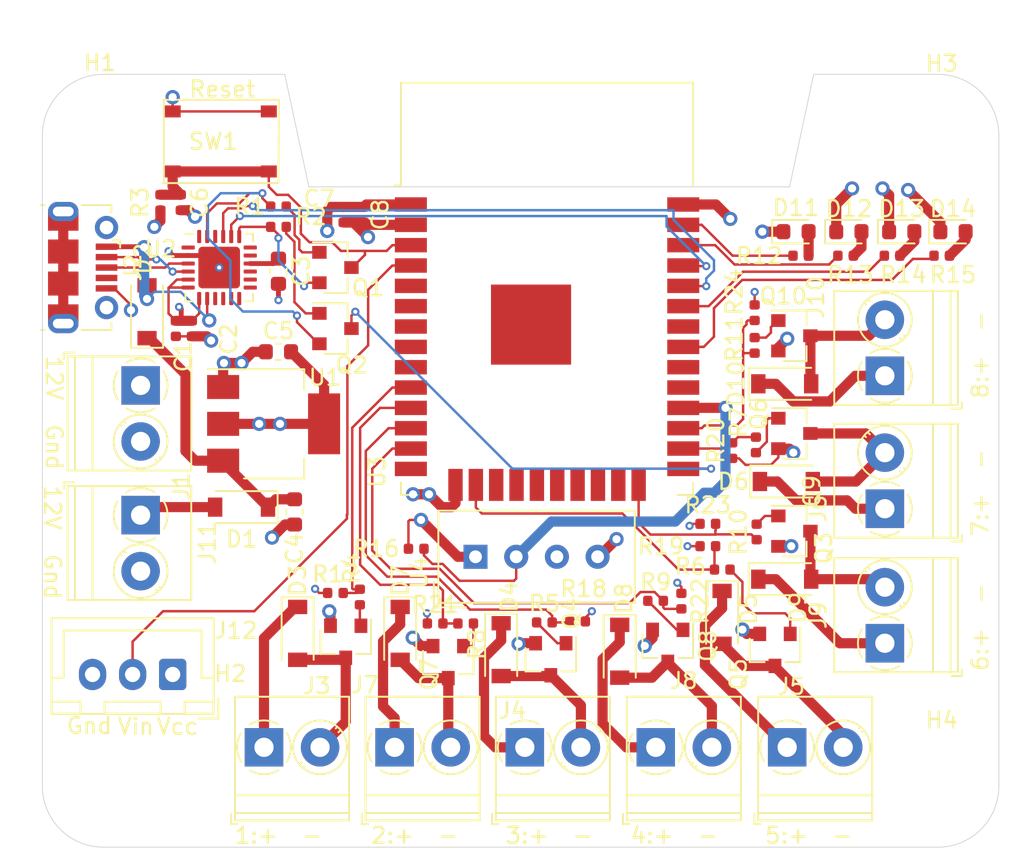
<source format=kicad_pcb>
(kicad_pcb (version 20211014) (generator pcbnew)
  (title_block (date "${date}") (rev "${gh}") (comment 4 "@Comment4@"))
  (layers (0 "F.Cu" signal) (1 "In1.Cu" power) (2 "In2.Cu" power) (31 "B.Cu" signal) (34 "B.Paste" user) (35 "F.Paste" user) (37 "F.SilkS" user "F.Silkscreen") (38 "B.Mask" user) (39 "F.Mask" user) (44 "Edge.Cuts" user))
  (net 0 "")
  (net 1 "GND")
  (net 2 "+3V3")
  (net 3 "Net-(C3-Pad1)")
  (net 4 "Net-(C4-Pad1)")
  (net 5 "/EN")
  (net 6 "VCC")
  (net 7 "VBUS")
  (net 8 "/USB_RTS")
  (net 9 "Net-(Q1-Pad1)")
  (net 10 "/IO0")
  (net 11 "/USB_DTR")
  (net 12 "Net-(Q2-Pad1)")
  (net 13 "/USB_TX")
  (net 14 "/USB_RX")
  (net 15 "/USB_DM")
  (net 16 "/USB_DP")
  (net 17 "Net-(D3-Pad2)")
  (net 18 "Net-(D4-Pad2)")
  (net 19 "Net-(D5-Pad2)")
  (net 20 "Net-(D6-Pad2)")
  (net 21 "Net-(D7-Pad2)")
  (net 22 "Net-(D8-Pad2)")
  (net 23 "Net-(D9-Pad2)")
  (net 24 "Net-(D10-Pad2)")
  (net 25 "Net-(Q3-Pad1)")
  (net 26 "Net-(Q4-Pad1)")
  (net 27 "Net-(Q5-Pad1)")
  (net 28 "Net-(Q6-Pad1)")
  (net 29 "Net-(Q7-Pad1)")
  (net 30 "Net-(Q8-Pad1)")
  (net 31 "Net-(Q9-Pad1)")
  (net 32 "Net-(Q10-Pad1)")
  (net 33 "/PIR_A")
  (net 34 "/CH_1")
  (net 35 "/CH_3")
  (net 36 "/CH_5")
  (net 37 "/CH_7")
  (net 38 "/CH_2")
  (net 39 "/CH_4")
  (net 40 "/CH_6")
  (net 41 "/CH_8")
  (net 42 "Net-(D11-Pad2)")
  (net 43 "Net-(D12-Pad2)")
  (net 44 "Net-(D13-Pad2)")
  (net 45 "Net-(D14-Pad2)")
  (net 46 "/LED1")
  (net 47 "/LED2")
  (net 48 "/LED3")
  (net 49 "/LED4")
  (net 50 "/DHT_IO")
  (footprint "Resistor_SMD:R_0402_1005Metric" (layer "F.Cu") (at 111.2 69.85 -90)
    (fp_text reference "C1")
    (fp_text value "1uF")
  )
  (footprint "Resistor_SMD:R_0402_1005Metric" (layer "F.Cu") (at 112.2 69.85 -90)
    (fp_text reference "C2")
    (fp_text value "0.1uF")
  )
  (footprint "Resistor_SMD:R_0603_1608Metric" (layer "F.Cu") (at 117.602 66.2685 -90)
    (fp_text reference "C3")
    (fp_text value "4.7uF")
  )
  (footprint "Resistor_SMD:R_0603_1608Metric" (layer "F.Cu") (at 118.6 81.3 -90)
    (fp_text reference "C4")
    (fp_text value "1uF")
  )
  (footprint "Resistor_SMD:R_0603_1608Metric" (layer "F.Cu") (at 117.6 71.3 180)
    (fp_text reference "C5")
    (fp_text value "22uF")
  )
  (footprint "Resistor_SMD:R_0402_1005Metric" (layer "F.Cu") (at 122.936 62.738 90)
    (fp_text reference "C8")
    (fp_text value "0.1uF")
  )
  (footprint "Diode_SMD:D_SOD-123" (layer "F.Cu") (at 115.3 81 180)
    (fp_text reference "D1")
    (fp_text value "D_Schottky")
  )
  (footprint "Diode_SMD:D_SOD-123" (layer "F.Cu") (at 109.4 68.8 90)
    (fp_text reference "D2")
    (fp_text value "D_Schottky")
  )
  (footprint "Package_TO_SOT_SMD:SOT-23" (layer "F.Cu") (at 121.158 69.85)
    (fp_text reference "Q2")
    (fp_text value "Q_NPN_BEC")
  )
  (footprint "Resistor_SMD:R_0402_1005Metric" (layer "F.Cu") (at 117.602 62.23 180)
    (fp_text reference "R1")
    (fp_text value "10kR")
  )
  (footprint "Resistor_SMD:R_0402_1005Metric" (layer "F.Cu") (at 117.602 63.5 180)
    (fp_text reference "R2")
    (fp_text value "10kR")
  )
  (footprint "Resistor_SMD:R_0402_1005Metric" (layer "F.Cu") (at 110.236 61.976 -90)
    (fp_text reference "R3")
    (fp_text value "10kR")
  )
  (footprint "footprints:TS-1187A" (layer "F.Cu") (at 114 58.166)
    (fp_text reference "SW1")
    (fp_text value "SW_Push")
  )
  (footprint "Package_TO_SOT_SMD:SOT-223-3_TabPin2" (layer "F.Cu") (at 117.3 75.8)
    (fp_text reference "U1")
    (fp_text value "AZ1117-3.3")
  )
  (footprint "Package_DFN_QFN:QFN-24-1EP_4x4mm_P0.5mm_EP2.6x2.6mm" (layer "F.Cu") (at 113.904 66.04)
    (fp_text reference "U2")
    (fp_text value "CP2104")
  )
  (footprint "RF_Module:ESP32-WROOM-32" (layer "F.Cu") (at 134.366 70.358)
    (fp_text reference "U3")
    (fp_text value "ESP32-WROOM-32")
  )
  (footprint "Diode_SMD:D_SOD-123" (layer "F.Cu") (at 118.8 88.884 -90)
    (fp_text reference "D3")
    (fp_text value "D_Schottky")
  )
  (footprint "Connector_USB:USB_Micro-B_Molex-105017-0001" (layer "F.Cu") (at 105.41 66.04 -90)
    (fp_text reference "J2")
    (fp_text value "USB_B_Micro")
  )
  (footprint "Resistor_SMD:R_0402_1005Metric" (layer "F.Cu") (at 122.682 86.614 90)
    (fp_text reference "R4")
    (fp_text value "100R")
  )
  (footprint "Resistor_SMD:R_0402_1005Metric" (layer "F.Cu") (at 134.2 88.2)
    (fp_text reference "R5")
    (fp_text value "100R")
  )
  (footprint "Resistor_SMD:R_0402_1005Metric" (layer "F.Cu") (at 145.3 84.9 180)
    (fp_text reference "R6")
    (fp_text value "100R")
  )
  (footprint "Resistor_SMD:R_0402_1005Metric" (layer "F.Cu") (at 147.4 77.115 90)
    (fp_text reference "R7")
    (fp_text value "100R")
  )
  (footprint "Resistor_SMD:R_0402_1005Metric" (layer "F.Cu") (at 129.286 88.265 180)
    (fp_text reference "R8")
    (fp_text value "100R")
  )
  (footprint "Resistor_SMD:R_0402_1005Metric" (layer "F.Cu") (at 141.138 86.852)
    (fp_text reference "R9")
    (fp_text value "100R")
  )
  (footprint "Resistor_SMD:R_0402_1005Metric" (layer "F.Cu") (at 147.32 70.9 -90)
    (fp_text reference "R11")
    (fp_text value "100R")
  )
  (footprint "TerminalBlock_Phoenix:TerminalBlock_Phoenix_PT-1,5-2-3.5-H_1x02_P3.50mm_Horizontal" (layer "F.Cu") (at 109 73.4 -90)
    (fp_text reference "J1")
    (fp_text value "Screw_Terminal_01x02")
  )
  (footprint "TerminalBlock_Phoenix:TerminalBlock_Phoenix_PT-1,5-2-3.5-H_1x02_P3.50mm_Horizontal" (layer "F.Cu") (at 116.7 96)
    (fp_text reference "J3")
    (fp_text value "Screw_Terminal_01x02")
  )
  (footprint "Resistor_SMD:R_0402_1005Metric" (layer "F.Cu") (at 121.666 62.738 90)
    (fp_text reference "C7")
    (fp_text value "10uF")
  )
  (footprint "Package_TO_SOT_SMD:SOT-23" (layer "F.Cu") (at 121.158 66.04)
    (fp_text reference "Q1")
    (fp_text value "Q_NPN_BEC")
  )
  (footprint "Resistor_SMD:R_0402_1005Metric" (layer "F.Cu") (at 111.506 61.976 -90)
    (fp_text reference "C6")
    (fp_text value "0.1uF")
  )
  (footprint "Diode_SMD:D_SOD-123" (layer "F.Cu") (at 131.5 89.9 -90)
    (fp_text reference "D4")
    (fp_text value "D_Schottky")
  )
  (footprint "Diode_SMD:D_SOD-123" (layer "F.Cu") (at 145.288 87.884 -90)
    (fp_text reference "D5")
    (fp_text value "D_Schottky")
  )
  (footprint "Diode_SMD:D_SOD-123" (layer "F.Cu") (at 149.3 79.4)
    (fp_text reference "D6")
    (fp_text value "D_Schottky")
  )
  (footprint "Diode_SMD:D_SOD-123" (layer "F.Cu") (at 125.2 88.884 -90)
    (fp_text reference "D7")
    (fp_text value "D_Schottky")
  )
  (footprint "Diode_SMD:D_SOD-123" (layer "F.Cu") (at 138.9 90 -90)
    (fp_text reference "D8")
    (fp_text value "D_Schottky")
  )
  (footprint "Diode_SMD:D_SOD-123" (layer "F.Cu") (at 149.2 73.3)
    (fp_text reference "D10")
    (fp_text value "D_Schottky")
  )
  (footprint "Package_TO_SOT_SMD:SOT-23" (layer "F.Cu") (at 134.6 90.5 -90)
    (fp_text reference "Q4")
    (fp_text value "Q_NMOS_GDS")
  )
  (footprint "Package_TO_SOT_SMD:SOT-23" (layer "F.Cu") (at 148.59 89.916 -90)
    (fp_text reference "Q5")
    (fp_text value "Q_NMOS_GDS")
  )
  (footprint "Package_TO_SOT_SMD:SOT-23" (layer "F.Cu") (at 149.8 76.4)
    (fp_text reference "Q6")
    (fp_text value "Q_NMOS_GDS")
  )
  (footprint "Package_TO_SOT_SMD:SOT-23" (layer "F.Cu") (at 128.2 90.678 -90)
    (fp_text reference "Q7")
    (fp_text value "Q_NMOS_GDS")
  )
  (footprint "Package_TO_SOT_SMD:SOT-23" (layer "F.Cu") (at 141.9 89.662 -90)
    (fp_text reference "Q8")
    (fp_text value "Q_NMOS_GDS")
  )
  (footprint "TerminalBlock_Phoenix:TerminalBlock_Phoenix_PT-1,5-2-3.5-H_1x02_P3.50mm_Horizontal" (layer "F.Cu") (at 132.978 96)
    (fp_text reference "J4")
    (fp_text value "Screw_Terminal_01x02")
  )
  (footprint "TerminalBlock_Phoenix:TerminalBlock_Phoenix_PT-1,5-2-3.5-H_1x02_P3.50mm_Horizontal" (layer "F.Cu") (at 149.35 96)
    (fp_text reference "J5")
    (fp_text value "Screw_Terminal_01x02")
  )
  (footprint "TerminalBlock_Phoenix:TerminalBlock_Phoenix_PT-1,5-2-3.5-H_1x02_P3.50mm_Horizontal" (layer "F.Cu") (at 155.448 81.1 90)
    (fp_text reference "J6")
    (fp_text value "Screw_Terminal_01x02")
  )
  (footprint "TerminalBlock_Phoenix:TerminalBlock_Phoenix_PT-1,5-2-3.5-H_1x02_P3.50mm_Horizontal" (layer "F.Cu") (at 124.85 96)
    (fp_text reference "J7")
    (fp_text value "Screw_Terminal_01x02")
  )
  (footprint "TerminalBlock_Phoenix:TerminalBlock_Phoenix_PT-1,5-2-3.5-H_1x02_P3.50mm_Horizontal" (layer "F.Cu") (at 141.15 96)
    (fp_text reference "J8")
    (fp_text value "Screw_Terminal_01x02")
  )
  (footprint "TerminalBlock_Phoenix:TerminalBlock_Phoenix_PT-1,5-2-3.5-H_1x02_P3.50mm_Horizontal" (layer "F.Cu") (at 155.448 72.8 90)
    (fp_text reference "J10")
    (fp_text value "Screw_Terminal_01x02")
  )
  (footprint "Resistor_SMD:R_0402_1005Metric" (layer "F.Cu") (at 147.447 82.55 -90)
    (fp_text reference "R10")
    (fp_text value "100R")
  )
  (footprint "TerminalBlock_Phoenix:TerminalBlock_Phoenix_PT-1,5-2-3.5-H_1x02_P3.50mm_Horizontal" (layer "F.Cu") (at 155.448 89.5 90)
    (fp_text reference "J9")
    (fp_text value "Screw_Terminal_01x02")
  )
  (footprint "Package_TO_SOT_SMD:SOT-23" (layer "F.Cu") (at 149.8 82.5)
    (fp_text reference "Q9")
    (fp_text value "Q_NMOS_GDS")
  )
  (footprint "TerminalBlock_Phoenix:TerminalBlock_Phoenix_PT-1,5-2-3.5-H_1x02_P3.50mm_Horizontal" (layer "F.Cu") (at 109 81.5 -90)
    (fp_text reference "J11")
    (fp_text value "Screw_Terminal_01x02")
  )
  (footprint "Connector_JST:JST_XH_B3B-XH-A_1x03_P2.50mm_Vertical" (layer "F.Cu") (at 111 91.45 180)
    (fp_text reference "J12")
    (fp_text value "Conn_01x03")
  )
  (footprint "MountingHole:MountingHole_3.2mm_M3" (layer "F.Cu") (at 106.45 57.45)
    (fp_text reference "H1")
    (fp_text value "MountingHole")
  )
  (footprint "MountingHole:MountingHole_3.2mm_M3" (layer "F.Cu") (at 106.5 98.5)
    (fp_text reference "H2")
    (fp_text value "MountingHole")
  )
  (footprint "MountingHole:MountingHole_3.2mm_M3" (layer "F.Cu") (at 159 57.5)
    (fp_text reference "H3")
    (fp_text value "MountingHole")
  )
  (footprint "MountingHole:MountingHole_3.2mm_M3" (layer "F.Cu") (at 159 98.5)
    (fp_text reference "H4")
    (fp_text value "MountingHole")
  )
  (footprint "Diode_SMD:D_SOD-123" (layer "F.Cu") (at 149.2 85.5)
    (fp_text reference "D9")
    (fp_text value "D_Schottky")
  )
  (footprint "LED_SMD:LED_0603_1608Metric" (layer "F.Cu") (at 149.9 63.8)
    (fp_text reference "D11")
    (fp_text value "Green")
  )
  (footprint "LED_SMD:LED_0603_1608Metric" (layer "F.Cu") (at 153.2 63.8)
    (fp_text reference "D12")
    (fp_text value "Green")
  )
  (footprint "LED_SMD:LED_0603_1608Metric" (layer "F.Cu") (at 156.5 63.8)
    (fp_text reference "D13")
    (fp_text value "Red")
  )
  (footprint "LED_SMD:LED_0603_1608Metric" (layer "F.Cu") (at 159.7 63.8)
    (fp_text reference "D14")
    (fp_text value "Red")
  )
  (footprint "Resistor_SMD:R_0402_1005Metric" (layer "F.Cu") (at 150.2 65.3)
    (fp_text reference "R12")
    (fp_text value "47R")
  )
  (footprint "Resistor_SMD:R_0402_1005Metric" (layer "F.Cu") (at 153 65.3)
    (fp_text reference "R13")
    (fp_text value "47R")
  )
  (footprint "Resistor_SMD:R_0402_1005Metric" (layer "F.Cu") (at 155.9 65.3)
    (fp_text reference "R14")
    (fp_text value "150R")
  )
  (footprint "Resistor_SMD:R_0402_1005Metric" (layer "F.Cu") (at 159 65.3)
    (fp_text reference "R15")
    (fp_text value "150R")
  )
  (footprint "Sensor:Aosong_DHT11_5.5x12.0_P2.54mm" (layer "F.Cu") (at 129.9 84.1 90)
    (fp_text reference "U4")
    (fp_text value "DHT11")
  )
  (footprint "Resistor_SMD:R_0402_1005Metric" (layer "F.Cu") (at 126.2 83.6 180)
    (fp_text reference "R16")
    (fp_text value "10kR")
  )
  (footprint "Package_TO_SOT_SMD:SOT-23" (layer "F.Cu") (at 121.8 89.408 -90)
    (fp_text reference "Q3")
    (fp_text value "Q_NMOS_GSD")
  )
  (footprint "Resistor_SMD:R_0402_1005Metric" (layer "F.Cu") (at 121.158 86.36)
    (fp_text reference "R17")
    (fp_text value "10kR")
  )
  (footprint "Resistor_SMD:R_0402_1005Metric" (layer "F.Cu") (at 136.271 88.138 180)
    (fp_text reference "R18")
    (fp_text value "10kR")
  )
  (footprint "Resistor_SMD:R_0402_1005Metric" (layer "F.Cu") (at 144.399 83.439)
    (fp_text reference "R19")
    (fp_text value "10kR")
  )
  (footprint "Resistor_SMD:R_0402_1005Metric" (layer "F.Cu") (at 145.923 77.47 90)
    (fp_text reference "R20")
    (fp_text value "10kR")
  )
  (footprint "Resistor_SMD:R_0402_1005Metric" (layer "F.Cu") (at 127.381 88.265)
    (fp_text reference "R21")
    (fp_text value "10kR")
  )
  (footprint "Resistor_SMD:R_0402_1005Metric" (layer "F.Cu") (at 142.748 86.868 -90)
    (fp_text reference "R22")
    (fp_text value "10kR")
  )
  (footprint "Resistor_SMD:R_0402_1005Metric" (layer "F.Cu") (at 144.399 82.042)
    (fp_text reference "R23")
    (fp_text value "10kR")
  )
  (footprint "Resistor_SMD:R_0402_1005Metric" (layer "F.Cu") (at 147.32 68.857 -90)
    (fp_text reference "R24")
    (fp_text value "10kR")
  )
  (footprint "Package_TO_SOT_SMD:SOT-23" (layer "F.Cu") (at 149.8 70.3)
    (fp_text reference "Q10")
    (fp_text value "Q_NMOS_GDS")
  )
  (gr_line (start 102.87 57.785) (end 102.87 98.425) (layer "Edge.Cuts") (width 0.05))
  (gr_line (start 106.68 102.235) (end 158.75 102.235) (layer "Edge.Cuts") (width 0.05))
  (gr_line (start 162.56 98.425) (end 162.56 57.785) (layer "Edge.Cuts") (width 0.05))
  (gr_line (start 117.975 53.975) (end 118 54) (layer "Edge.Cuts") (width 0.05))
  (gr_line (start 151.025 53.975) (end 151 54) (layer "Edge.Cuts") (width 0.05))
  (gr_line (start 158.75 53.975) (end 151.025 53.975) (layer "Edge.Cuts") (width 0.05))
  (gr_arc (start 106.68 102.235) (mid 103.985923 101.119077) (end 102.87 98.425) (layer "Edge.Cuts") (width 0.05))
  (gr_arc (start 102.87 57.785) (mid 103.985923 55.090923) (end 106.68 53.975) (layer "Edge.Cuts") (width 0.05))
  (gr_arc (start 162.56 98.425) (mid 161.444077 101.119077) (end 158.75 102.235) (layer "Edge.Cuts") (width 0.05))
  (gr_line (start 119.5 61) (end 149.5 61) (layer "Edge.Cuts") (width 0.05))
  (gr_arc (start 158.75 53.975) (mid 161.444077 55.090923) (end 162.56 57.785) (layer "Edge.Cuts") (width 0.05))
  (gr_line (start 106.68 53.975) (end 117.975 53.975) (layer "Edge.Cuts") (width 0.05))
  (gr_line (start 149.5 61) (end 151 54) (layer "Edge.Cuts") (width 0.05))
  (gr_line (start 118 54) (end 119.5 61) (layer "Edge.Cuts") (width 0.05))
  (gr_text "12V  Gnd" (at 103.5 83.2 270) (layer "F.SilkS") (effects (font (size 1 1))))
  (gr_text "5:+  -" (at 150.7 101.5) (layer "F.SilkS") (effects (font (size 1 1))))
  (gr_text "Gnd" (at 105.8 94.65) (layer "F.SilkS") (effects (font (size 1 1))))
  (gr_text "6:+  -" (at 161.4 88.5 90) (layer "F.SilkS") (effects (font (size 1 1))))
  (gr_text "8:+  -" (at 161.4 71.5 90) (layer "F.SilkS") (effects (font (size 1 1))))
  (gr_text "Vcc" (at 111.3 94.7) (layer "F.SilkS") (effects (font (size 1 1))))
  (gr_text "Vin" (at 108.7 94.7) (layer "F.SilkS") (effects (font (size 1 1))))
  (gr_text "4:+  -" (at 142.3 101.5) (layer "F.SilkS") (effects (font (size 1 1))))
  (gr_text "12V  Gnd" (at 103.6 75.1 270) (layer "F.SilkS") (effects (font (size 1 1))))
  (gr_text "2:+  -" (at 126.1 101.5) (layer "F.SilkS") (effects (font (size 1 1))))
  (gr_text "1:+  -" (at 117.6 101.5) (layer "F.SilkS") (effects (font (size 1 1))))
  (gr_text "Reset" (at 114.1 54.9) (layer "F.SilkS") (effects (font (size 1 1))))
  (gr_text "7:+  -" (at 161.4 80.1 90) (layer "F.SilkS") (effects (font (size 1 1))))
  (gr_text "3:+  -" (at 134.5 101.5) (layer "F.SilkS") (effects (font (size 1 1))))
  (segment (start 142.866 62.103) (end 144.903 62.103) (width 0.635) (layer "F.Cu") (net 1))
  (segment (start 118.0125 82.0875) (end 117.2 82.9) (width 0.635) (layer "F.Cu") (net 1))
  (segment (start 147.64 88.916) (end 146.828 88.916) (width 0.635) (layer "F.Cu") (net 1))
  (segment (start 111.991 62.461) (end 112.395 62.865) (width 0.635) (layer "F.Cu") (net 1))
  (segment (start 147.32 68.372) (end 147.32 67.564) (width 0.1524) (layer "F.Cu") (net 1))
  (segment (start 125.866 62.103) (end 123.086 62.103) (width 0.635) (layer "F.Cu") (net 1))
  (segment (start 116.8125 71.3) (end 116 71.3) (width 0.635) (layer "F.Cu") (net 1))
  (segment (start 140.95 88.662) (end 140.95 89.174) (width 0.635) (layer "F.Cu") (net 1))
  (segment (start 122.936 62.253) (end 121.666 62.253) (width 0.635) (layer "F.Cu") (net 1))
  (segment (start 148.3434 78.359) (end 148.8 77.9024) (width 0.1524) (layer "F.Cu") (net 1))
  (segment (start 140.95 89.174) (end 140.462 89.662) (width 0.635) (layer "F.Cu") (net 1))
  (segment (start 111.2 70.335) (end 112.2 70.335) (width 0.1524) (layer "F.Cu") (net 1))
  (segment (start 120.87609 62.25791) (end 120.65 62.484) (width 0.635) (layer "F.Cu") (net 1))
  (segment (start 113.154 65.29) (end 113.904 66.04) (width 0.3048) (layer "F.Cu") (net 1))
  (segment (start 126.896 87.653) (end 126.873 87.63) (width 0.1524) (layer "F.Cu") (net 1))
  (segment (start 143.914 83.439) (end 143.129 83.439) (width 0.1524) (layer "F.Cu") (net 1))
  (segment (start 107.3475 67.34) (end 108.4 68.3925) (width 0.1524) (layer "F.Cu") (net 1))
  (segment (start 108.4 68.3925) (end 108.4 68.7) (width 0.1524) (layer "F.Cu") (net 1))
  (segment (start 117 56.291) (end 116.3476 56.291) (width 0.1524) (layer "F.Cu") (net 1))
  (segment (start 152.4125 63.8) (end 152.4125 62.0875) (width 0.635) (layer "F.Cu") (net 1))
  (segment (start 127.25 89.678) (end 126.508 89.678) (width 0.635) (layer "F.Cu") (net 1))
  (segment (start 115.3 72) (end 114.2 72) (width 0.635) (layer "F.Cu") (net 1))
  (segment (start 137.6 84.1) (end 138.7 83) (width 0.635) (layer "F.Cu") (net 1))
  (segment (start 148.8 83.45) (end 149.595 83.45) (width 0.635) (layer "F.Cu") (net 1))
  (segment (start 127.8 81) (end 127 80.2) (width 0.635) (layer "F.Cu") (net 1))
  (segment (start 148.8 71.25) (end 148.8 71.037) (width 0.635) (layer "F.Cu") (net 1))
  (segment (start 116.3476 56.291) (end 111 56.291) (width 0.1524) (layer "F.Cu") (net 1))
  (segment (start 143.914 82.042) (end 143.383 82.042) (width 0.1524) (layer "F.Cu") (net 1))
  (segment (start 113.135 70.335) (end 113.4 70.6) (width 0.635) (layer "F.Cu") (net 1))
  (segment (start 155.7125 61.5125) (end 155.3 61.1) (width 0.635) (layer "F.Cu") (net 1))
  (segment (start 144.903 62.103) (end 145.8 63) (width 0.635) (layer "F.Cu") (net 1))
  (segment (start 117.602 67.056) (end 117.602 68.072) (width 0.3048) (layer "F.Cu") (net 1))
  (segment (start 136.756 87.907) (end 137.16 87.503) (width 0.1524) (layer "F.Cu") (net 1))
  (segment (start 106.8725 67.34) (end 107.3475 67.34) (width 0.1524) (layer "F.Cu") (net 1))
  (segment (start 137.52 84.1) (end 137.6 84.1) (width 0.635) (layer "F.Cu") (net 1))
  (segment (start 146.343 77.955) (end 146.747 78.359) (width 0.1524) (layer "F.Cu") (net 1))
  (segment (start 149.595 83.45) (end 149.606 83.439) (width 0.635) (layer "F.Cu") (net 1))
  (segment (start 114.15 72.05) (end 114.2 72) (width 0.635) (layer "F.Cu") (net 1))
  (segment (start 118.6 82.0875) (end 118.0125 82.0875) (width 0.635) (layer "F.Cu") (net 1))
  (segment (start 132.623 89.5) (end 132.588 89.535) (width 0.635) (layer "F.Cu") (net 1))
  (segment (start 148.8 77.9024) (end 148.8 77.35) (width 0.1524) (layer "F.Cu") (net 1))
  (segment (start 145.923 77.955) (end 146.343 77.955) (width 0.1524) (layer "F.Cu") (net 1))
  (segment (start 111.9665 65.29) (end 113.154 65.29) (width 0.3048) (layer "F.Cu") (net 1))
  (segment (start 128.4 81) (end 127.8 81) (width 0.635) (layer "F.Cu") (net 1))
  (segment (start 120.65 62.484) (end 120.65 63.754) (width 0.635) (layer "F.Cu") (net 1))
  (segment (start 142.748 85.979) (end 142.494 85.725) (width 0.1524) (layer "F.Cu") (net 1))
  (segment (start 148.8 77.35) (end 149.486 77.35) (width 0.635) (layer "F.Cu") (net 1))
  (segment (start 133.65 89.5) (end 132.623 89.5) (width 0.635) (layer "F.Cu") (net 1))
  (segment (start 111.01 65.29) (end 110.744 65.024) (width 0.3048) (layer "F.Cu") (net 1))
  (segment (start 111.9665 65.29) (end 111.01 65.29) (width 0.3048) (layer "F.Cu") (net 1))
  (segment (start 127 80.2) (end 126 80.2) (width 0.635) (layer "F.Cu") (net 1))
  (segment (start 121.666 62.253) (end 120.881 62.253) (width 0.635) (layer "F.Cu") (net 1))
  (segment (start 128.651 80.749) (end 128.4 81) (width 0.635) (layer "F.Cu") (net 1))
  (segment (start 120.881 62.253) (end 120.87609 62.25791) (width 0.635) (layer "F.Cu") (net 1))
  (segment (start 149.1125 63.8) (end 147.8 63.8) (width 0.635) (layer "F.Cu") (net 1))
  (segment (start 111.506 62.461) (end 111.991 62.461) (width 0.635) (layer "F.Cu") (net 1))
  (segment (start 126.508 89.678) (end 125.984 89.154) (width 0.635) (layer "F.Cu") (net 1))
  (segment (start 149.486 77.35) (end 149.733 77.597) (width 0.635) (layer "F.Cu") (net 1))
  (segment (start 112.2 70.335) (end 113.135 70.335) (width 0.635) (layer "F.Cu") (net 1))
  (segment (start 111 56.291) (end 111 55.4) (width 0.1524) (layer "F.Cu") (net 1))
  (segment (start 155.7125 63.8) (end 155.7125 61.5125) (width 0.635) (layer "F.Cu") (net 1))
  (segment (start 104.1725 63.14) (end 104.1725 65.04) (width 0.635) (layer "F.Cu") (net 1))
  (segment (start 152.4125 62.0875) (end 153.4 61.1) (width 0.635) (layer "F.Cu") (net 1))
  (segment (start 126.896 88.265) (end 126.896 87.653) (width 0.1524) (layer "F.Cu") (net 1))
  (segment (start 104.1725 67.04) (end 104.1725 68.94) (width 0.635) (layer "F.Cu") (net 1))
  (segment (start 120.85 88.408) (end 120.85 87.576) (width 0.635) (layer "F.Cu") (net 1))
  (segment (start 148.8 71.037) (end 149.352 70.485) (width 0.635) (layer "F.Cu") (net 1))
  (segment (start 123.086 62.103) (end 122.936 62.253) (width 0.635) (layer "F.Cu") (net 1))
  (segment (start 146.828 88.916) (end 146.558 88.646) (width 0.635) (layer "F.Cu") (net 1))
  (segment (start 136.756 88.138) (end 136.756 87.907) (width 0.1524) (layer "F.Cu") (net 1))
  (segment (start 104.1725 65.04) (end 104.1725 67.04) (width 0.635) (layer "F.Cu") (net 1))
  (segment (start 143.383 82.042) (end 143.256 82.169) (width 0.1524) (layer "F.Cu") (net 1))
  (segment (start 120.142 86.36) (end 119.888 86.106) (width 0.1524) (layer "F.Cu") (net 1))
  (segment (start 128.651 79.613) (end 128.651 80.749) (width 0.635) (layer "F.Cu") (net 1))
  (segment (start 116 71.3) (end 115.3 72) (width 0.635) (layer "F.Cu") (net 1))
  (segment (start 120.673 86.36) (end 120.142 86.36) (width 0.1524) (layer "F.Cu") (net 1))
  (segment (start 158.9125 63.2125) (end 156.9 61.2) (width 0.635) (layer "F.Cu") (net 1))
  (segment (start 120.85 87.576) (end 120.777 87.503) (width 0.635) (layer "F.Cu") (net 1))
  (segment (start 114.15 73.5) (end 114.15 72.05) (width 0.635) (layer "F.Cu") (net 1))
  (segment (start 142.748 86.383) (end 142.748 85.979) (width 0.1524) (layer "F.Cu") (net 1))
  (segment (start 158.9125 63.8) (end 158.9125 63.2125) (width 0.635) (layer "F.Cu") (net 1))
  (segment (start 146.747 78.359) (end 148.3434 78.359) (width 0.1524) (layer "F.Cu") (net 1))
  (via (at 140.462 89.662) (size 0.889) (drill 0.508) (layers "F.Cu" "B.Cu") (net 1))
  (via (at 147.32 67.564) (size 0.508) (drill 0.254) (layers "F.Cu" "B.Cu") (net 1))
  (via (at 108.4 68.7) (size 0.889) (drill 0.508) (layers "F.Cu" "B.Cu") (net 1))
  (via (at 126 80.2) (size 0.889) (drill 0.508) (layers "F.Cu" "B.Cu") (net 1))
  (via (at 113.4 70.6) (size 0.889) (drill 0.508) (layers "F.Cu" "B.Cu") (net 1))
  (via (at 156.9 61.2) (size 0.889) (drill 0.508) (layers "F.Cu" "B.Cu") (net 1))
  (via (at 149.733 77.597) (size 0.889) (drill 0.508) (layers "F.Cu" "B.Cu") (net 1))
  (via (at 113.904 66.04) (size 0.508) (drill 0.254) (layers "F.Cu" "B.Cu") (net 1))
  (via (at 117.2 82.9) (size 0.889) (drill 0.508) (layers "F.Cu" "B.Cu") (net 1))
  (via (at 155.3 61.1) (size 0.889) (drill 0.508) (layers "F.Cu" "B.Cu") (net 1))
  (via (at 142.494 85.725) (size 0.508) (drill 0.254) (layers "F.Cu" "B.Cu") (net 1))
  (via (at 127 80.2) (size 0.889) (drill 0.508) (layers "F.Cu" "B.Cu") (net 1))
  (via (at 145.8 63) (size 0.889) (drill 0.508) (layers "F.Cu" "B.Cu") (net 1))
  (via (at 147.8 63.8) (size 0.889) (drill 0.508) (layers "F.Cu" "B.Cu") (net 1))
  (via (at 149.606 83.439) (size 0.889) (drill 0.508) (layers "F.Cu" "B.Cu") (net 1))
  (via (at 112.395 62.865) (size 0.889) (drill 0.508) (layers "F.Cu" "B.Cu") (net 1))
  (via (at 110.744 65.024) (size 0.508) (drill 0.254) (layers "F.Cu" "B.Cu") (net 1))
  (via (at 111 55.4) (size 0.889) (drill 0.508) (layers "F.Cu" "B.Cu") (net 1))
  (via (at 114.2 72) (size 0.889) (drill 0.508) (layers "F.Cu" "B.Cu") (net 1))
  (via (at 143.129 83.439) (size 0.508) (drill 0.254) (layers "F.Cu" "B.Cu") (net 1))
  (via (at 120.777 87.503) (size 0.889) (drill 0.508) (layers "F.Cu" "B.Cu") (net 1))
  (via (at 117.602 68.072) (size 0.508) (drill 0.254) (layers "F.Cu" "B.Cu") (net 1))
  (via (at 138.7 83) (size 0.889) (drill 0.508) (layers "F.Cu" "B.Cu") (net 1))
  (via (at 153.4 61.1) (size 0.889) (drill 0.508) (layers "F.Cu" "B.Cu") (net 1))
  (via (at 143.256 82.169) (size 0.508) (drill 0.254) (layers "F.Cu" "B.Cu") (net 1))
  (via (at 115.3 72) (size 0.889) (drill 0.508) (layers "F.Cu" "B.Cu") (net 1))
  (via (at 149.352 70.485) (size 0.889) (drill 0.508) (layers "F.Cu" "B.Cu") (net 1))
  (via (at 126.873 87.63) (size 0.508) (drill 0.254) (layers "F.Cu" "B.Cu") (net 1))
  (via (at 125.984 89.154) (size 0.889) (drill 0.508) (layers "F.Cu" "B.Cu") (net 1))
  (via (at 132.588 89.535) (size 0.889) (drill 0.508) (layers "F.Cu" "B.Cu") (net 1))
  (via (at 146.558 88.646) (size 0.889) (drill 0.508) (layers "F.Cu" "B.Cu") (net 1))
  (via (at 119.888 86.106) (size 0.508) (drill 0.254) (layers "F.Cu" "B.Cu") (net 1))
  (via (at 120.65 63.754) (size 0.889) (drill 0.508) (layers "F.Cu" "B.Cu") (net 1))
  (via (at 137.16 87.503) (size 0.508) (drill 0.254) (layers "F.Cu" "B.Cu") (net 1))
  (segment (start 117.7 75.8) (end 116.4 75.8) (width 0.635) (layer "F.Cu") (net 2))
  (segment (start 121.666 63.223) (end 122.278 63.223) (width 0.635) (layer "F.Cu") (net 2))
  (segment (start 125.871383 81.8) (end 126.5 81.8) (width 0.1524) (layer "F.Cu") (net 2))
  (segment (start 120.45 73.3625) (end 118.3875 71.3) (width 0.635) (layer "F.Cu") (net 2))
  (segment (start 110.744 68.909) (end 111.2 69.365) (width 0.1524) (layer "F.Cu") (net 2))
  (segment (start 110.744 67.31) (end 110.764 67.29) (width 0.1524) (layer "F.Cu") (net 2))
  (segment (start 110.744 67.31) (end 111.264 66.79) (width 0.1524) (layer "F.Cu") (net 2))
  (segment (start 110.236 62.461) (end 110.236 63.119) (width 0.635) (layer "F.Cu") (net 2))
  (segment (start 111.264 66.79) (end 111.9665 66.79) (width 0.1524) (layer "F.Cu") (net 2))
  (segment (start 110.236 63.119) (end 109.855 63.5) (width 0.635) (layer "F.Cu") (net 2))
  (segment (start 122.278 63.223) (end 123.19 64.135) (width 0.635) (layer "F.Cu") (net 2))
  (segment (start 120.45 75.8) (end 120.45 73.3625) (width 0.635) (layer "F.Cu") (net 2))
  (segment (start 111.535 69.365) (end 112.2 69.365) (width 0.635) (layer "F.Cu") (net 2))
  (segment (start 128.8 84.1) (end 126.5 81.8) (width 0.635) (layer "F.Cu") (net 2))
  (segment (start 123.086 63.373) (end 122.936 63.223) (width 0.635) (layer "F.Cu") (net 2))
  (segment (start 110.764 67.29) (end 111.9665 67.29) (width 0.1524) (layer "F.Cu") (net 2))
  (segment (start 125.715 83.6) (end 125.715 81.885) (width 0.1524) (layer "F.Cu") (net 2))
  (segment (start 114.15 75.8) (end 116.4 75.8) (width 0.635) (layer "F.Cu") (net 2))
  (segment (start 125.8 81.8) (end 125.871383 81.8) (width 0.1524) (layer "F.Cu") (net 2))
  (segment (start 111.535 68.635) (end 111.4 68.5) (width 0.3048) (layer "F.Cu") (net 2))
  (segment (start 112.654 67.9775) (end 112.654 68.911) (width 0.1524) (layer "F.Cu") (net 2))
  (segment (start 122.936 63.223) (end 121.666 63.223) (width 0.635) (layer "F.Cu") (net 2))
  (segment (start 112.654 68.911) (end 112.2 69.365) (width 0.1524) (layer "F.Cu") (net 2))
  (segment (start 125.715 81.885) (end 125.8 81.8) (width 0.1524) (layer "F.Cu") (net 2))
  (segment (start 111.2 69.365) (end 111.535 69.365) (width 0.635) (layer "F.Cu") (net 2))
  (segment (start 110.744 67.31) (end 110.744 68.909) (width 0.1524) (layer "F.Cu") (net 2))
  (segment (start 125.866 63.373) (end 123.086 63.373) (width 0.635) (layer "F.Cu") (net 2))
  (segment (start 111.535 69.365) (end 111.535 68.635) (width 0.3048) (layer "F.Cu") (net 2))
  (segment (start 117.7 75.8) (end 120.45 75.8) (width 0.635) (layer "F.Cu") (net 2))
  (segment (start 129.9 84.1) (end 128.8 84.1) (width 0.635) (layer "F.Cu") (net 2))
  (via (at 123.19 64.135) (size 0.889) (drill 0.508) (layers "F.Cu" "B.Cu") (net 2))
  (via (at 116.4 75.8) (size 0.889) (drill 0.508) (layers "F.Cu" "B.Cu") (net 2))
  (via (at 109.855 63.5) (size 0.889) (drill 0.508) (layers "F.Cu" "B.Cu") (net 2))
  (via (at 111.4 68.5) (size 0.508) (drill 0.254) (layers "F.Cu" "B.Cu") (net 2))
  (via (at 117.7 75.8) (size 0.889) (drill 0.508) (layers "F.Cu" "B.Cu") (net 2))
  (via (at 126.5 81.8) (size 0.889) (drill 0.508) (layers "F.Cu" "B.Cu") (net 2))
  (segment (start 117.602 65.481) (end 117.293 65.79) (width 0.3048) (layer "F.Cu") (net 3))
  (segment (start 117.293 65.79) (end 115.8415 65.79) (width 0.3048) (layer "F.Cu") (net 3))
  (segment (start 118.6 80.5125) (end 117.4375 80.5125) (width 0.635) (layer "F.Cu") (net 4))
  (segment (start 117.4375 80.5125) (end 116.95 81) (width 0.635) (layer "F.Cu") (net 4))
  (segment (start 112.4 78.1) (end 114.15 78.1) (width 0.635) (layer "F.Cu") (net 4))
  (segment (start 109.55 70.45) (end 111.8 72.7) (width 0.635) (layer "F.Cu") (net 4))
  (segment (start 111.8 72.7) (end 111.8 77.5) (width 0.635) (layer "F.Cu") (net 4))
  (segment (start 109.4 70.45) (end 109.55 70.45) (width 0.635) (layer "F.Cu") (net 4))
  (segment (start 114.15 78.1) (end 114.15 78.2) (width 0.635) (layer "F.Cu") (net 4))
  (segment (start 111.8 77.5) (end 112.4 78.1) (width 0.635) (layer "F.Cu") (net 4))
  (segment (start 114.15 78.2) (end 116.95 81) (width 0.635) (layer "F.Cu") (net 4))
  (segment (start 117 61) (end 117 60.041) (width 0.1524) (layer "F.Cu") (net 5))
  (segment (start 118.2089 61.5) (end 117.5 61.5) (width 0.1524) (layer "F.Cu") (net 5))
  (segment (start 111 60.041) (end 117 60.041) (width 0.635) (layer "F.Cu") (net 5))
  (segment (start 121.5 65) (end 120.961399 64.461399) (width 0.1524) (layer "F.Cu") (net 5))
  (segment (start 125.866 64.643) (end 124.7136 64.643) (width 0.1524) (layer "F.Cu") (net 5))
  (segment (start 111 60.985) (end 111.506 61.491) (width 0.635) (layer "F.Cu") (net 5))
  (segment (start 119 63.922798) (end 119 62.2911) (width 0.1524) (layer "F.Cu") (net 5))
  (segment (start 120.961399 64.461399) (end 119.538601 64.461399) (width 0.1524) (layer "F.Cu") (net 5))
  (segment (start 119.538601 64.461399) (end 119 63.922798) (width 0.1524) (layer "F.Cu") (net 5))
  (segment (start 123 65.248) (end 122.208 66.04) (width 0.1524) (layer "F.Cu") (net 5))
  (segment (start 124.7136 64.643) (end 124.3566 65) (width 0.1524) (layer "F.Cu") (net 5))
  (segment (start 110.236 61.491) (end 111.506 61.491) (width 0.635) (layer "F.Cu") (net 5))
  (segment (start 117.5 61.5) (end 117 61) (width 0.1524) (layer "F.Cu") (net 5))
  (segment (start 119 62.2911) (end 118.2089 61.5) (width 0.1524) (layer "F.Cu") (net 5))
  (segment (start 124.3566 65) (end 123 65) (width 0.1524) (layer "F.Cu") (net 5))
  (segment (start 111 60.041) (end 111 60.985) (width 0.635) (layer "F.Cu") (net 5))
  (segment (start 123 65) (end 123 65.248) (width 0.1524) (layer "F.Cu") (net 5))
  (segment (start 123 65) (end 121.5 65) (width 0.1524) (layer "F.Cu") (net 5))
  (segment (start 122.208 66.04) (end 122.158 66.04) (width 0.1524) (layer "F.Cu") (net 5))
  (segment (start 153.613 72.8) (end 155.448 72.8) (width 0.635) (layer "F.Cu") (net 6))
  (segment (start 130.430099 95.287099) (end 130.430099 90.404901) (width 0.635) (layer "F.Cu") (net 6))
  (segment (start 148.635 85.5) (end 152.635 89.5) (width 0.635) (layer "F.Cu") (net 6))
  (segment (start 144.218099 88.388901) (end 145.288 87.319) (width 0.635) (layer "F.Cu") (net 6))
  (segment (start 149.35 96) (end 144.218099 90.868099) (width 0.635) (layer "F.Cu") (net 6))
  (segment (start 118.65 87.234) (end 118.8 87.234) (width 0.635) (layer "F.Cu") (net 6))
  (segment (start 124.130099 89.388901) (end 125.2 88.319) (width 0.635) (layer "F.Cu") (net 6))
  (segment (start 113.65 81) (end 109.5 81) (width 0.635) (layer "F.Cu") (net 6))
  (segment (start 139.315 96) (end 141.15 96) (width 0.635) (layer "F.Cu") (net 6))
  (segment (start 145.288 87.319) (end 145.288 86.234) (width 0.635) (layer "F.Cu") (net 6))
  (segment (start 124.85 96) (end 124.85 94.165) (width 0.635) (layer "F.Cu") (net 6))
  (segment (start 109.5 81) (end 109 81.5) (width 0.635) (layer "F.Cu") (net 6))
  (segment (start 125.2 88.319) (end 125.2 87.234) (width 0.635) (layer "F.Cu") (net 6))
  (segment (start 132.978 96) (end 131.143 96) (width 0.635) (layer "F.Cu") (net 6))
  (segment (start 149.735 74.4) (end 152.013 74.4) (width 0.635) (layer "F.Cu") (net 6))
  (segment (start 153.093099 80.580099) (end 153.613 81.1) (width 0.635) (layer "F.Cu") (net 6))
  (segment (start 137.830099 90.504901) (end 137.830099 94.515099) (width 0.635) (layer "F.Cu") (net 6))
  (segment (start 116.7 96) (end 116.7 89.184) (width 0.635) (layer "F.Cu") (net 6))
  (segment (start 147.65 79.4) (end 148.735 79.4) (width 0.635) (layer "F.Cu") (net 6))
  (segment (start 131.143 96) (end 130.430099 95.287099) (width 0.635) (layer "F.Cu") (net 6))
  (segment (start 152.013 74.4) (end 153.613 72.8) (width 0.635) (layer "F.Cu") (net 6))
  (segment (start 130.430099 90.404901) (end 131.5 89.335) (width 0.635) (layer "F.Cu") (net 6))
  (segment (start 153.613 81.1) (end 155.448 81.1) (width 0.635) (layer "F.Cu") (net 6))
  (segment (start 144.218099 90.868099) (end 144.218099 88.388901) (width 0.635) (layer "F.Cu") (net 6))
  (segment (start 116.7 89.184) (end 118.65 87.234) (width 0.635) (layer "F.Cu") (net 6))
  (segment (start 149.915099 80.580099) (end 153.093099 80.580099) (width 0.635) (layer "F.Cu") (net 6))
  (segment (start 124.130099 93.445099) (end 124.130099 89.388901) (width 0.635) (layer "F.Cu") (net 6))
  (segment (start 148.735 79.4) (end 149.915099 80.580099) (width 0.635) (layer "F.Cu") (net 6))
  (segment (start 147.55 73.3) (end 148.635 73.3) (width 0.635) (layer "F.Cu") (net 6))
  (segment (start 124.85 94.165) (end 124.130099 93.445099) (width 0.635) (layer "F.Cu") (net 6))
  (segment (start 137.830099 94.515099) (end 139.315 96) (width 0.635) (layer "F.Cu") (net 6))
  (segment (start 153.613 89.5) (end 155.448 89.5) (width 0.635) (layer "F.Cu") (net 6))
  (segment (start 138.9 88.35) (end 138.9 89.435) (width 0.635) (layer "F.Cu") (net 6))
  (segment (start 147.55 85.5) (end 148.635 85.5) (width 0.635) (layer "F.Cu") (net 6))
  (segment (start 148.635 73.3) (end 149.735 74.4) (width 0.635) (layer "F.Cu") (net 6))
  (segment (start 152.635 89.5) (end 153.613 89.5) (width 0.635) (layer "F.Cu") (net 6))
  (segment (start 131.5 89.335) (end 131.5 88.25) (width 0.635) (layer "F.Cu") (net 6))
  (segment (start 138.9 89.435) (end 137.830099 90.504901) (width 0.635) (layer "F.Cu") (net 6))
  (segment (start 106.8725 64.74) (end 109.19 64.74) (width 0.3048) (layer "F.Cu") (net 7))
  (segment (start 113.154 67.9775) (end 113.154 69.212) (width 0.1524) (layer "F.Cu") (net 7))
  (segment (start 113.154 69.212) (end 113.284 69.342) (width 0.1524) (layer "F.Cu") (net 7))
  (segment (start 109.4 68) (end 109.4 67.15) (width 0.635) (layer "F.Cu") (net 7))
  (segment (start 109.19 64.74) (end 109.22 64.77) (width 0.3048) (layer "F.Cu") (net 7))
  (via (at 109.4 68) (size 0.889) (drill 0.508) (layers "F.Cu" "B.Cu") (net 7))
  (via (at 113.284 69.342) (size 0.889) (drill 0.508) (layers "F.Cu" "B.Cu") (net 7))
  (via (at 109.22 64.77) (size 0.889) (drill 0.508) (layers "F.Cu" "B.Cu") (net 7))
  (segment (start 109.22 67.82) (end 109.4 68) (width 0.635) (layer "B.Cu") (net 7))
  (segment (start 111.497501 67.555501) (end 109.844499 67.555501) (width 0.1524) (layer "B.Cu") (net 7))
  (segment (start 109.22 64.77) (end 109.22 67.82) (width 0.635) (layer "B.Cu") (net 7))
  (segment (start 113.284 69.342) (end 111.497501 67.555501) (width 0.1524) (layer "B.Cu") (net 7))
  (segment (start 109.844499 67.555501) (end 109.4 68) (width 0.1524) (layer "B.Cu") (net 7))
  (segment (start 115.154 64.1025) (end 115.154 63.59) (width 0.1524) (layer "F.Cu") (net 8))
  (segment (start 120.158 66.99) (end 119.41 66.99) (width 0.1524) (layer "F.Cu") (net 8))
  (segment (start 117.6 63.983) (end 117.117 63.5) (width 0.1524) (layer "F.Cu") (net 8))
  (segment (start 119.41 66.99) (end 119.2 67.2) (width 0.1524) (layer "F.Cu") (net 8))
  (segment (start 115.154 63.59) (end 115.244 63.5) (width 0.1524) (layer "F.Cu") (net 8))
  (segment (start 115.244 63.5) (end 117.117 63.5) (width 0.1524) (layer "F.Cu") (net 8))
  (segment (start 117.6 64.2) (end 117.6 63.983) (width 0.1524) (layer "F.Cu") (net 8))
  (via (at 117.6 64.2) (size 0.508) (drill 0.254) (layers "F.Cu" "B.Cu") (net 8))
  (via (at 119.2 67.2) (size 0.508) (drill 0.254) (layers "F.Cu" "B.Cu") (net 8))
  (segment (start 119.2 67.2) (end 117.6 65.6) (width 0.1524) (layer "B.Cu") (net 8))
  (segment (start 117.6 65.6) (end 117.6 64.2) (width 0.1524) (layer "B.Cu") (net 8))
  (segment (start 118.61061 64.012544) (end 118.90481 64.306744) (width 0.1524) (layer "F.Cu") (net 9))
  (segment (start 118.61061 62.75361) (end 118.61061 64.012544) (width 0.1524) (layer "F.Cu") (net 9))
  (segment (start 118.90481 64.306744) (end 118.90481 64.90481) (width 0.1524) (layer "F.Cu") (net 9))
  (segment (start 118.90481 64.90481) (end 119.09 65.09) (width 0.1524) (layer "F.Cu") (net 9))
  (segment (start 119.09 65.09) (end 120.158 65.09) (width 0.1524) (layer "F.Cu") (net 9))
  (segment (start 118.087 62.23) (end 118.61061 62.75361) (width 0.1524) (layer "F.Cu") (net 9))
  (segment (start 142.879 78.6) (end 142.866 78.613) (width 0.1524) (layer "F.Cu") (net 10))
  (segment (start 122.158 69.042) (end 122.4 68.8) (width 0.1524) (layer "F.Cu") (net 10))
  (segment (start 122.158 69.85) (end 122.158 69.042) (width 0.1524) (layer "F.Cu") (net 10))
  (segment (start 144.6 78.6) (end 142.879 78.6) (width 0.1524) (layer "F.Cu") (net 10))
  (via (at 122.4 68.8) (size 0.508) (drill 0.254) (layers "F.Cu" "B.Cu") (net 10))
  (via (at 144.6 78.6) (size 0.508) (drill 0.254) (layers "F.Cu" "B.Cu") (net 10))
  (segment (start 122.4 68.8) (end 132.2 78.6) (width 0.1524) (layer "B.Cu") (net 10))
  (segment (start 132.2 78.6) (end 144.6 78.6) (width 0.1524) (layer "B.Cu") (net 10))
  (segment (start 115.8 61.4) (end 116.6 61.4) (width 0.1524) (layer "F.Cu") (net 11))
  (segment (start 113.154 62.646) (end 113.76289 62.03711) (width 0.1524) (layer "F.Cu") (net 11))
  (segment (start 120.158 70.8) (end 120.108 70.8) (width 0.1524) (layer "F.Cu") (net 11))
  (segment (start 113.154 64.1025) (end 113.154 62.646) (width 0.1524) (layer "F.Cu") (net 11))
  (segment (start 118.75875 69.45075) (end 118.75875 69.04125) (width 0.1524) (layer "F.Cu") (net 11))
  (segment (start 113.76289 62.03711) (end 115.16289 62.03711) (width 0.1524) (layer "F.Cu") (net 11))
  (segment (start 120.108 70.8) (end 118.75875 69.45075) (width 0.1524) (layer "F.Cu") (net 11))
  (segment (start 116.6 61.713) (end 117.117 62.23) (width 0.1524) (layer "F.Cu") (net 11))
  (segment (start 115.16289 62.03711) (end 115.8 61.4) (width 0.1524) (layer "F.Cu") (net 11))
  (segment (start 116.6 61.4) (end 116.6 61.713) (width 0.1524) (layer "F.Cu") (net 11))
  (via (at 118.75875 69.04125) (size 0.508) (drill 0.254) (layers "F.Cu" "B.Cu") (net 11))
  (via (at 116.6 61.4) (size 0.508) (drill 0.254) (layers "F.Cu" "B.Cu") (net 11))
  (segment (start 114 61.4) (end 116.6 61.4) (width 0.1524) (layer "B.Cu") (net 11))
  (segment (start 115.387251 68.787251) (end 114.6 68) (width 0.1524) (layer "B.Cu") (net 11))
  (segment (start 113.2 62.2) (end 114 61.4) (width 0.1524) (layer "B.Cu") (net 11))
  (segment (start 114.6 68) (end 114.6 65.6) (width 0.1524) (layer "B.Cu") (net 11))
  (segment (start 118.75875 69.04125) (end 118.504751 68.787251) (width 0.1524) (layer "B.Cu") (net 11))
  (segment (start 118.504751 68.787251) (end 115.387251 68.787251) (width 0.1524) (layer "B.Cu") (net 11))
  (segment (start 113.2 64.2) (end 113.2 62.2) (width 0.1524) (layer "B.Cu") (net 11))
  (segment (start 114.6 65.6) (end 113.2 64.2) (width 0.1524) (layer "B.Cu") (net 11))
  (segment (start 118.6 68.2) (end 119.3 68.9) (width 0.1524) (layer "F.Cu") (net 12))
  (segment (start 118.087 63.92) (end 118.6 64.433) (width 0.1524) (layer "F.Cu") (net 12))
  (segment (start 118.6 64.433) (end 118.6 68.2) (width 0.1524) (layer "F.Cu") (net 12))
  (segment (start 118.087 63.5) (end 118.087 63.92) (width 0.1524) (layer "F.Cu") (net 12))
  (segment (start 119.3 68.9) (end 120.158 68.9) (width 0.1524) (layer "F.Cu") (net 12))
  (segment (start 116 62.2) (end 115.431066 62.2) (width 0.1524) (layer "F.Cu") (net 13))
  (segment (start 142.883 67.2) (end 142.866 67.183) (width 0.1524) (layer "F.Cu") (net 13))
  (segment (start 115.431066 62.2) (end 115.289146 62.34192) (width 0.1524) (layer "F.Cu") (net 13))
  (segment (start 114.45808 62.34192) (end 114.154 62.646) (width 0.1524) (layer "F.Cu") (net 13))
  (segment (start 114.154 62.646) (end 114.154 64.1025) (width 0.1524) (layer "F.Cu") (net 13))
  (segment (start 115.289146 62.34192) (end 114.45808 62.34192) (width 0.1524) (layer "F.Cu") (net 13))
  (segment (start 144.3 67.2) (end 142.883 67.2) (width 0.1524) (layer "F.Cu") (net 13))
  (via (at 116 62.2) (size 0.508) (drill 0.254) (layers "F.Cu" "B.Cu") (net 13))
  (via (at 144.3 67.2) (size 0.508) (drill 0.254) (layers "F.Cu" "B.Cu") (net 13))
  (segment (start 116.453999 62.458601) (end 142.258601 62.458601) (width 0.1524) (layer "B.Cu") (net 13))
  (segment (start 116.449397 62.453999) (end 116.453999 62.458601) (width 0.1524) (layer "B.Cu") (net 13))
  (segment (start 144.782601 65.582601) (end 144.782601 66.232601) (width 0.1524) (layer "B.Cu") (net 13))
  (segment (start 116.253999 62.453999) (end 116.449397 62.453999) (width 0.1524) (layer "B.Cu") (net 13))
  (segment (start 142.258601 62.458601) (end 142.258601 63.058601) (width 0.1524) (layer "B.Cu") (net 13))
  (segment (start 144.782601 66.232601) (end 144.3 66.715202) (width 0.1524) (layer "B.Cu") (net 13))
  (segment (start 142.258601 63.058601) (end 144.782601 65.582601) (width 0.1524) (layer "B.Cu") (net 13))
  (segment (start 144.3 66.715202) (end 144.3 67.2) (width 0.1524) (layer "B.Cu") (net 13))
  (segment (start 116 62.2) (end 116.253999 62.453999) (width 0.1524) (layer "B.Cu") (net 13))
  (segment (start 114.654 63.367478) (end 115.196958 62.82452) (width 0.1524) (layer "F.Cu") (net 14))
  (segment (start 114.654 64.1025) (end 114.654 63.367478) (width 0.1524) (layer "F.Cu") (net 14))
  (segment (start 144.3 65.95) (end 142.903 65.95) (width 0.1524) (layer "F.Cu") (net 14))
  (segment (start 142.903 65.95) (end 142.866 65.913) (width 0.1524) (layer "F.Cu") (net 14))
  (via (at 144.3 65.95) (size 0.508) (drill 0.254) (layers "F.Cu" "B.Cu") (net 14))
  (via (at 115.196958 62.82452) (size 0.508) (drill 0.254) (layers "F.Cu" "B.Cu") (net 14))
  (segment (start 141.82452 62.82452) (end 141.82452 63.47452) (width 0.1524) (layer "B.Cu") (net 14))
  (segment (start 141.82452 63.47452) (end 144.3 65.95) (width 0.1524) (layer "B.Cu") (net 14))
  (segment (start 115.196958 62.82452) (end 141.82452 62.82452) (width 0.1524) (layer "B.Cu") (net 14))
  (segment (start 110.998 66.294) (end 111.9625 66.294) (width 0.1524) (layer "F.Cu") (net 15))
  (segment (start 106.8725 65.39) (end 108.84381 65.39) (width 0.1524) (layer "F.Cu") (net 15))
  (segment (start 108.98581 65.532) (end 109.982 65.532) (width 0.1524) (layer "F.Cu") (net 15))
  (segment (start 111.9625 66.294) (end 111.9665 66.29) (width 0.1524) (layer "F.Cu") (net 15))
  (segment (start 108.84381 65.39) (end 108.98581 65.532) (width 0.1524) (layer "F.Cu") (net 15))
  (via (at 110.998 66.294) (size 0.508) (drill 0.254) (layers "F.Cu" "B.Cu") (net 15))
  (via (at 109.982 65.532) (size 0.508) (drill 0.254) (layers "F.Cu" "B.Cu") (net 15))
  (segment (start 109.982 65.532) (end 110.236 65.532) (width 0.1524) (layer "B.Cu") (net 15))
  (segment (start 110.236 65.532) (end 110.998 66.294) (width 0.1524) (layer "B.Cu") (net 15))
  (segment (start 110.79575 65.79) (end 111.9665 65.79) (width 0.1524) (layer "F.Cu") (net 16))
  (segment (start 110.53775 66.04) (end 110.79175 65.786) (width 0.1524) (layer "F.Cu") (net 16))
  (segment (start 106.8725 66.04) (end 110.53775 66.04) (width 0.1524) (layer "F.Cu") (net 16))
  (segment (start 110.79175 65.786) (end 110.79575 65.79) (width 0.1524) (layer "F.Cu") (net 16))
  (segment (start 121.8 94.4) (end 120.2 96) (width 0.635) (layer "F.Cu") (net 17))
  (segment (start 118.8 90.534) (end 121.674 90.534) (width 0.635) (layer "F.Cu") (net 17))
  (segment (start 121.674 90.534) (end 121.8 90.408) (width 0.635) (layer "F.Cu") (net 17))
  (segment (start 121.8 90.408) (end 121.8 94.4) (width 0.635) (layer "F.Cu") (net 17))
  (segment (start 136.478 96) (end 136.478 93.378) (width 0.635) (layer "F.Cu") (net 18))
  (segment (start 136.478 93.378) (end 134.6 91.5) (width 0.635) (layer "F.Cu") (net 18))
  (segment (start 134.55 91.55) (end 134.6 91.5) (width 0.635) (layer "F.Cu") (net 18))
  (segment (start 131.5 91.55) (end 134.55 91.55) (width 0.635) (layer "F.Cu") (net 18))
  (segment (start 148.59 90.966) (end 152.85 95.226) (width 0.635) (layer "F.Cu") (net 19))
  (segment (start 152.85 95.226) (end 152.85 96) (width 0.635) (layer "F.Cu") (net 19))
  (segment (start 145.288 89.534) (end 146.67 90.916) (width 0.635) (layer "F.Cu") (net 19))
  (segment (start 148.59 90.916) (end 148.59 90.966) (width 0.635) (layer "F.Cu") (net 19))
  (segment (start 146.67 90.916) (end 148.59 90.916) (width 0.635) (layer "F.Cu") (net 19))
  (segment (start 150.8 76.4) (end 154.248 76.4) (width 0.635) (layer "F.Cu") (net 20))
  (segment (start 153.648 79.4) (end 155.448 77.6) (width 0.635) (layer "F.Cu") (net 20))
  (segment (start 150.95 79.4) (end 153.648 79.4) (width 0.635) (layer "F.Cu") (net 20))
  (segment (start 154.248 76.4) (end 155.448 77.6) (width 0.635) (layer "F.Cu") (net 20))
  (segment (start 125.2 90.534) (end 126.344 91.678) (width 0.635) (layer "F.Cu") (net 21))
  (segment (start 126.344 91.678) (end 128.2 91.678) (width 0.635) (layer "F.Cu") (net 21))
  (segment (start 128.2 91.678) (end 128.2 95.85) (width 0.635) (layer "F.Cu") (net 21))
  (segment (start 128.2 95.85) (end 128.35 96) (width 0.635) (layer "F.Cu") (net 21))
  (segment (start 140.912 91.65) (end 141.9 90.662) (width 0.635) (layer "F.Cu") (net 22))
  (segment (start 142.935 91.747) (end 141.9 90.712) (width 0.635) (layer "F.Cu") (net 22))
  (segment (start 141.9 90.712) (end 141.9 90.662) (width 0.635) (layer "F.Cu") (net 22))
  (segment (start 138.9 91.65) (end 140.912 91.65) (width 0.635) (layer "F.Cu") (net 22))
  (segment (start 144.65 93.412) (end 142.985 91.747) (width 0.635) (layer "F.Cu") (net 22))
  (segment (start 144.65 96) (end 144.65 93.412) (width 0.635) (layer "F.Cu") (net 22))
  (segment (start 142.985 91.747) (end 142.935 91.747) (width 0.635) (layer "F.Cu") (net 22))
  (segment (start 150.8 82.5) (end 150.8 85.45) (width 0.635) (layer "F.Cu") (net 23))
  (segment (start 154.948 85.5) (end 155.448 86) (width 0.635) (layer "F.Cu") (net 23))
  (segment (start 150.8 85.45) (end 150.85 85.5) (width 0.635) (layer "F.Cu") (net 23))
  (segment (start 150.85 85.5) (end 154.948 85.5) (width 0.635) (layer "F.Cu") (net 23))
  (segment (start 150.8 70.3) (end 150.8 73.25) (width 0.635) (layer "F.Cu") (net 24))
  (segment (start 150.8 73.25) (end 150.85 73.3) (width 0.635) (layer "F.Cu") (net 24))
  (segment (start 150.8 70.3) (end 154.448 70.3) (width 0.635) (layer "F.Cu") (net 24))
  (segment (start 154.448 70.3) (end 155.448 69.3) (width 0.635) (layer "F.Cu") (net 24))
  (segment (start 122.682 87.099) (end 122.682 88.34) (width 0.1524) (layer "F.Cu") (net 25))
  (segment (start 122.682 88.34) (end 122.75 88.408) (width 0.1524) (layer "F.Cu") (net 25))
  (segment (start 135.015 89.5) (end 135.55 89.5) (width 0.1524) (layer "F.Cu") (net 26))
  (segment (start 133.715 88.2) (end 135.015 89.5) (width 0.1524) (layer "F.Cu") (net 26))
  (segment (start 149.54 87.945) (end 149.54 88.916) (width 0.1524) (layer "F.Cu") (net 27))
  (segment (start 146.558 86.995) (end 147.193 87.63) (width 0.1524) (layer "F.Cu") (net 27))
  (segment (start 147.193 87.63) (end 149.225 87.63) (width 0.1524) (layer "F.Cu") (net 27))
  (segment (start 149.225 87.63) (end 149.54 87.945) (width 0.1524) (layer "F.Cu") (net 27))
  (segment (start 146.558 85.673) (end 146.558 86.995) (width 0.1524) (layer "F.Cu") (net 27))
  (segment (start 145.785 84.9) (end 146.558 85.673) (width 0.1524) (layer "F.Cu") (net 27))
  (segment (start 148.082 75.5656) (end 148.1976 75.45) (width 0.1524) (layer "F.Cu") (net 28))
  (segment (start 147.4 77.6) (end 148.082 76.918) (width 0.1524) (layer "F.Cu") (net 28))
  (segment (start 148.1976 75.45) (end 148.8 75.45) (width 0.1524) (layer "F.Cu") (net 28))
  (segment (start 148.082 76.918) (end 148.082 75.5656) (width 0.1524) (layer "F.Cu") (net 28))
  (segment (start 129.7024 89.678) (end 129.15 89.678) (width 0.1524) (layer "F.Cu") (net 29))
  (segment (start 129.771 89.6094) (end 129.7024 89.678) (width 0.1524) (layer "F.Cu") (net 29))
  (segment (start 129.771 88.265) (end 129.771 89.6094) (width 0.1524) (layer "F.Cu") (net 29))
  (segment (start 140.653 86.852) (end 142.463 88.662) (width 0.1524) (layer "F.Cu") (net 30))
  (segment (start 142.463 88.662) (end 142.85 88.662) (width 0.1524) (layer "F.Cu") (net 30))
  (segment (start 148.8 81.55) (end 147.962 81.55) (width 0.1524) (layer "F.Cu") (net 31))
  (segment (start 147.962 81.55) (end 147.447 82.065) (width 0.1524) (layer "F.Cu") (net 31))
  (segment (start 148.75 69.35) (end 148.336 69.764) (width 0.1524) (layer "F.Cu") (net 32))
  (segment (start 148.8 69.35) (end 148.75 69.35) (width 0.1524) (layer "F.Cu") (net 32))
  (segment (start 148.336 70.104) (end 148.025 70.415) (width 0.1524) (layer "F.Cu") (net 32))
  (segment (start 148.025 70.415) (end 147.32 70.415) (width 0.1524) (layer "F.Cu") (net 32))
  (segment (start 148.336 69.764) (end 148.336 70.104) (width 0.1524) (layer "F.Cu") (net 32))
  (segment (start 123.2 67.4266) (end 123.2 70.9) (width 0.1524) (layer "F.Cu") (net 33))
  (segment (start 110.4 87.5) (end 108.5 89.4) (width 0.1524) (layer "F.Cu") (net 33))
  (segment (start 125.866 65.913) (end 124.7136 65.913) (width 0.1524) (layer "F.Cu") (net 33))
  (segment (start 108.5 89.4) (end 108.5 91.45) (width 0.1524) (layer "F.Cu") (net 33))
  (segment (start 124.7136 65.913) (end 123.2 67.4266) (width 0.1524) (layer "F.Cu") (net 33))
  (segment (start 123.2 70.9) (end 121.90361 72.19639) (width 0.1524) (layer "F.Cu") (net 33))
  (segment (start 121.90361 72.19639) (end 121.90361 81.44639) (width 0.1524) (layer "F.Cu") (net 33))
  (segment (start 116.09619 87.5) (end 110.4 87.5) (width 0.1524) (layer "F.Cu") (net 33))
  (segment (start 121.90361 81.44639) (end 121.873101 81.476899) (width 0.1524) (layer "F.Cu") (net 33))
  (segment (start 121.873101 81.723089) (end 116.09619 87.5) (width 0.1524) (layer "F.Cu") (net 33))
  (segment (start 121.873101 81.476899) (end 121.873101 81.723089) (width 0.1524) (layer "F.Cu") (net 33))
  (segment (start 125.866 73.533) (end 124.7136 73.533) (width 0.1524) (layer "F.Cu") (net 34))
  (segment (start 121.643 86.36) (end 122.451 86.36) (width 0.1524) (layer "F.Cu") (net 34))
  (segment (start 122.451 86.36) (end 122.682 86.129) (width 0.1524) (layer "F.Cu") (net 34))
  (segment (start 122.26084 86.129) (end 122.682 86.129) (width 0.1524) (layer "F.Cu") (net 34))
  (segment (start 122.20842 76.03818) (end 122.20842 86.07658) (width 0.1524) (layer "F.Cu") (net 34))
  (segment (start 124.7136 73.533) (end 122.20842 76.03818) (width 0.1524) (layer "F.Cu") (net 34))
  (segment (start 122.20842 86.07658) (end 122.26084 86.129) (width 0.1524) (layer "F.Cu") (net 34))
  (segment (start 123.0524 84.0024) (end 123.0524 77.497666) (width 0.1524) (layer "F.Cu") (net 35))
  (segment (start 129.554368 87.4) (end 127.498368 85.344) (width 0.1524) (layer "F.Cu") (net 35))
  (segment (start 135.724 88.2) (end 135.786 88.138) (width 0.1524) (layer "F.Cu") (net 35))
  (segment (start 134.305 87.4) (end 129.554368 87.4) (width 0.1524) (layer "F.Cu") (net 35))
  (segment (start 134.685 87.78) (end 134.305 87.4) (width 0.1524) (layer "F.Cu") (net 35))
  (segment (start 134.685 88.2) (end 135.724 88.2) (width 0.1524) (layer "F.Cu") (net 35))
  (segment (start 124.477066 76.073) (end 125.866 76.073) (width 0.1524) (layer "F.Cu") (net 35))
  (segment (start 134.685 88.2) (end 134.685 87.78) (width 0.1524) (layer "F.Cu") (net 35))
  (segment (start 124.394 85.344) (end 123.0524 84.0024) (width 0.1524) (layer "F.Cu") (net 35))
  (segment (start 123.0524 77.497666) (end 124.477066 76.073) (width 0.1524) (layer "F.Cu") (net 35))
  (segment (start 127.498368 85.344) (end 124.394 85.344) (width 0.1524) (layer "F.Cu") (net 35))
  (segment (start 139.068934 81.4) (end 142.568934 84.9) (width 0.1524) (layer "F.Cu") (net 36))
  (segment (start 144.815 84.9) (end 144.815 83.508) (width 0.1524) (layer "F.Cu") (net 36))
  (segment (start 129.921 81.021) (end 130.3 81.4) (width 0.1524) (layer "F.Cu") (net 36))
  (segment (start 144.42 84.9) (end 144.815 84.9) (width 0.1524) (layer "F.Cu") (net 36))
  (segment (start 129.921 79.613) (end 129.921 81.021) (width 0.1524) (layer "F.Cu") (net 36))
  (segment (start 130.3 81.4) (end 139.068934 81.4) (width 0.1524) (layer "F.Cu") (net 36))
  (segment (start 144.815 83.508) (end 144.884 83.439) (width 0.1524) (layer "F.Cu") (net 36))
  (segment (start 142.568934 84.9) (end 144.42 84.9) (width 0.1524) (layer "F.Cu") (net 36))
  (segment (start 146.278 76.63) (end 145.923 76.985) (width 0.1524) (layer "F.Cu") (net 37))
  (segment (start 147.4 76.63) (end 146.278 76.63) (width 0.1524) (layer "F.Cu") (net 37))
  (segment (start 145.565 77.343) (end 145.923 76.985) (width 0.1524) (layer "F.Cu") (net 37))
  (segment (start 142.866 77.343) (end 145.565 77.343) (width 0.1524) (layer "F.Cu") (net 37))
  (segment (start 122.7 76.05) (end 123.947 74.803) (width 0.1524) (layer "F.Cu") (net 38))
  (segment (start 125.866 74.803) (end 125.316 74.803) (width 0.1524) (layer "F.Cu") (net 38))
  (segment (start 127.866 86.21) (end 127.506 85.85) (width 0.1524) (layer "F.Cu") (net 38))
  (segment (start 127.866 88.265) (end 127.866 86.21) (width 0.1524) (layer "F.Cu") (net 38))
  (segment (start 128.801 88.265) (end 127.866 88.265) (width 0.1524) (layer "F.Cu") (net 38))
  (segment (start 122.7 84.6) (end 122.7 76.05) (width 0.1524) (layer "F.Cu") (net 38))
  (segment (start 127.506 85.85) (end 123.95 85.85) (width 0.1524) (layer "F.Cu") (net 38))
  (segment (start 123.95 85.85) (end 122.7 84.6) (width 0.1524) (layer "F.Cu") (net 38))
  (segment (start 123.947 74.803) (end 125.866 74.803) (width 0.1524) (layer "F.Cu") (net 38))
  (segment (start 141.704 87.353) (end 142.328 87.353) (width 0.1524) (layer "F.Cu") (net 39))
  (segment (start 141.623 86.852) (end 141.623 87.272) (width 0.1524) (layer "F.Cu") (net 39))
  (segment (start 141.623 87.272) (end 141.704 87.353) (width 0.1524) (layer "F.Cu") (net 39))
  (segment (start 123.4566 78.6) (end 123.4566 83.7066) (width 0.1524) (layer "F.Cu") (net 39))
  (segment (start 141.07439 86.30339) (end 140.19661 86.30339) (width 0.1524) (layer "F.Cu") (net 39))
  (segment (start 125.866 77.343) (end 124.7136 77.343) (width 0.1524) (layer "F.Cu") (net 39))
  (segment (start 127.662132 84.85) (end 124.6 84.85) (width 0.1524) (layer "F.Cu") (net 39))
  (segment (start 140.19661 86.30339) (end 139.5 87) (width 0.1524) (layer "F.Cu") (net 39))
  (segment (start 142.328 87.353) (end 142.748 87.353) (width 0.1524) (layer "F.Cu") (net 39))
  (segment (start 141.623 86.852) (end 141.07439 86.30339) (width 0.1524) (layer "F.Cu") (net 39))
  (segment (start 129.812132 87) (end 127.662132 84.85) (width 0.1524) (layer "F.Cu") (net 39))
  (segment (start 124.7136 77.343) (end 123.4566 78.6) (width 0.1524) (layer "F.Cu") (net 39))
  (segment (start 139.5 87) (end 129.812132 87) (width 0.1524) (layer "F.Cu") (net 39))
  (segment (start 123.4566 83.7066) (end 124.6 84.85) (width 0.1524) (layer "F.Cu") (net 39))
  (segment (start 144.869 82.477) (end 144.869 82.715) (width 0.1524) (layer "F.Cu") (net 40))
  (segment (start 144.869 82.715) (end 144.883168 82.700832) (width 0.1524) (layer "F.Cu") (net 40))
  (segment (start 144.884 82.042) (end 144.884 82.462) (width 0.1524) (layer "F.Cu") (net 40))
  (segment (start 144.884 82.462) (end 144.869 82.477) (width 0.1524) (layer "F.Cu") (net 40))
  (segment (start 140.081 81.981) (end 140.815 82.715) (width 0.1524) (layer "F.Cu") (net 40))
  (segment (start 140.815 82.715) (end 144.869 82.715) (width 0.1524) (layer "F.Cu") (net 40))
  (segment (start 144.883168 82.700832) (end 147.112832 82.700832) (width 0.1524) (layer "F.Cu") (net 40))
  (segment (start 147.112832 82.700832) (end 147.447 83.035) (width 0.1524) (layer "F.Cu") (net 40))
  (segment (start 140.081 79.613) (end 140.081 81.981) (width 0.1524) (layer "F.Cu") (net 40))
  (segment (start 142.866 76.073) (end 144.0184 76.073) (width 0.1524) (layer "F.Cu") (net 41))
  (segment (start 146.6 71.459) (end 146.6 69.808) (width 0.1524) (layer "F.Cu") (net 41))
  (segment (start 146.6 75.5) (end 146.6 71.459) (width 0.1524) (layer "F.Cu") (net 41))
  (segment (start 144.1914 75.9) (end 146.2 75.9) (width 0.1524) (layer "F.Cu") (net 41))
  (segment (start 146.674 71.385) (end 147.32 71.385) (width 0.1524) (layer "F.Cu") (net 41))
  (segment (start 146.9 69.342) (end 147.32 69.342) (width 0.1524) (layer "F.Cu") (net 41))
  (segment (start 144.0184 76.073) (end 144.1914 75.9) (width 0.1524) (layer "F.Cu") (net 41))
  (segment (start 146.2 75.9) (end 146.6 75.5) (width 0.1524) (layer "F.Cu") (net 41))
  (segment (start 146.6 71.459) (end 146.674 71.385) (width 0.1524) (layer "F.Cu") (net 41))
  (segment (start 146.6 69.808) (end 146.812 69.596) (width 0.1524) (layer "F.Cu") (net 41))
  (segment (start 146.812 69.596) (end 146.812 69.43) (width 0.1524) (layer "F.Cu") (net 41))
  (segment (start 146.812 69.43) (end 146.9 69.342) (width 0.1524) (layer "F.Cu") (net 41))
  (segment (start 150.6875 63.8) (end 150.6875 65.2975) (width 0.635) (layer "F.Cu") (net 42))
  (segment (start 150.6875 65.2975) (end 150.685 65.3) (width 0.635) (layer "F.Cu") (net 42))
  (segment (start 153.9875 64.7975) (end 153.485 65.3) (width 0.635) (layer "F.Cu") (net 43))
  (segment (start 153.9875 63.8) (end 153.9875 64.7975) (width 0.635) (layer "F.Cu") (net 43))
  (segment (start 157.2875 63.8) (end 157.2875 64.3975) (width 0.635) (layer "F.Cu") (net 44))
  (segment (start 157.2875 64.3975) (end 156.385 65.3) (width 0.635) (layer "F.Cu") (net 44))
  (segment (start 160.4875 63.8) (end 160.4875 64.2975) (width 0.635) (layer "F.Cu") (net 45))
  (segment (start 160.4875 64.2975) (end 159.485 65.3) (width 0.635) (layer "F.Cu") (net 45))
  (segment (start 145.9454 65.3) (end 149.32 65.3) (width 0.1524) (layer "F.Cu") (net 46))
  (segment (start 144.0184 63.373) (end 145.9454 65.3) (width 0.1524) (layer "F.Cu") (net 46))
  (segment (start 149.32 65.3) (end 149.715 65.3) (width 0.1524) (layer "F.Cu") (net 46))
  (segment (start 142.866 63.373) (end 144.0184 63.373) (width 0.1524) (layer "F.Cu") (net 46))
  (segment (start 146.062944 65.84861) (end 151.96639 65.84861) (width 0.1524) (layer "F.Cu") (net 47))
  (segment (start 151.96639 65.84861) (end 152.180832 65.634168) (width 0.1524) (layer "F.Cu") (net 47))
  (segment (start 144.857334 64.643) (end 146.062944 65.84861) (width 0.1524) (layer "F.Cu") (net 47))
  (segment (start 142.866 64.643) (end 144.857334 64.643) (width 0.1524) (layer "F.Cu") (net 47))
  (segment (start 152.180832 65.634168) (end 152.515 65.3) (width 0.1524) (layer "F.Cu") (net 47))
  (segment (start 154.415 66.3) (end 155.415 65.3) (width 0.1524) (layer "F.Cu") (net 48))
  (segment (start 146.6 66.3) (end 154.415 66.3) (width 0.1524) (layer "F.Cu") (net 48))
  (segment (start 142.866 68.453) (end 144.447 68.453) (width 0.1524) (layer "F.Cu") (net 48))
  (segment (start 144.447 68.453) (end 146.6 66.3) (width 0.1524) (layer "F.Cu") (net 48))
  (segment (start 158.515 65.3) (end 158.315 65.5) (width 0.1524) (layer "F.Cu") (net 49))
  (segment (start 155.8886 66.8114) (end 146.5486 66.8114) (width 0.1524) (layer "F.Cu") (net 49))
  (segment (start 146.5486 66.8114) (end 144.78 68.58) (width 0.1524) (layer "F.Cu") (net 49))
  (segment (start 144.78 70.358) (end 144.145 70.993) (width 0.1524) (layer "F.Cu") (net 49))
  (segment (start 144.145 70.993) (end 144.0184 70.993) (width 0.1524) (layer "F.Cu") (net 49))
  (segment (start 158.315 65.5) (end 157.2 65.5) (width 0.1524) (layer "F.Cu") (net 49))
  (segment (start 144.0184 70.993) (end 142.866 70.993) (width 0.1524) (layer "F.Cu") (net 49))
  (segment (start 144.78 68.58) (end 144.78 70.358) (width 0.1524) (layer "F.Cu") (net 49))
  (segment (start 157.2 65.5) (end 155.8886 66.8114) (width 0.1524) (layer "F.Cu") (net 49))
  (segment (start 132.3 85.6) (end 132.44 85.46) (width 0.1524) (layer "F.Cu") (net 50))
  (segment (start 126.685 84.02) (end 127.21019 84.54519) (width 0.1524) (layer "F.Cu") (net 50))
  (segment (start 128.9 85.6) (end 132.3 85.6) (width 0.1524) (layer "F.Cu") (net 50))
  (segment (start 145.5 74.8) (end 142.869 74.8) (width 0.635) (layer "F.Cu") (net 50))
  (segment (start 127.84519 84.54519) (end 128.9 85.6) (width 0.1524) (layer "F.Cu") (net 50))
  (segment (start 132.44 85.46) (end 132.44 84.1) (width 0.1524) (layer "F.Cu") (net 50))
  (segment (start 126.685 83.6) (end 126.685 84.02) (width 0.1524) (layer "F.Cu") (net 50))
  (segment (start 127.21019 84.54519) (end 127.84519 84.54519) (width 0.1524) (layer "F.Cu") (net 50))
  (segment (start 142.869 74.8) (end 142.866 74.803) (width 0.635) (layer "F.Cu") (net 50))
  (via (at 145.5 74.8) (size 0.889) (drill 0.508) (layers "F.Cu" "B.Cu") (net 50))
  (segment (start 144.8 80.1) (end 145.5 79.4) (width 0.635) (layer "B.Cu") (net 50))
  (segment (start 142.371374 81.9) (end 144.171374 80.1) (width 0.635) (layer "B.Cu") (net 50))
  (segment (start 132.44 84.1) (end 134.64 81.9) (width 0.635) (layer "B.Cu") (net 50))
  (segment (start 145.5 79.4) (end 145.5 74.8) (width 0.635) (layer "B.Cu") (net 50))
  (segment (start 134.64 81.9) (end 142.371374 81.9) (width 0.635) (layer "B.Cu") (net 50))
  (segment (start 144.171374 80.1) (end 144.8 80.1) (width 0.635) (layer "B.Cu") (net 50))
)
</source>
